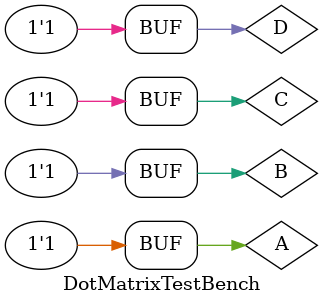
<source format=v>
`timescale 1ns / 1ps


module DotMatrixTestBench(

    );
    //In the parenthesis is from the current file
    //Next to the period is from the referenced file
    reg A;
    reg B;
    reg C;
    reg D;
    wire [2:0]AP;
    wire [2:0]BP;
    wire [2:0]CP;
    wire [2:0]DP;
    wire [2:0]EP;
    DotMatrix dut(.W(A),.X(B),.Y(C),.Z(D),.A(AP),.B(BP),.C(CP),.D(DP),.E(EP));
    
    initial begin
    A=0;
    B=0;
    C=0;
    D=0;
    #10;
    A=0;
    B=0;
    C=0;
    D=1;
    #10;
    A=0;
    B=0;
    C=1;
    D=0;
    #10;
    A=0;
    B=0;
    C=1;
    D=1;
    #10;
    
    
    A=0;
    B=1;
    C=0;
    D=0;
    #10;
    A=0;
    B=1;
    C=0;
    D=1;
    #10;
    A=0;
    B=1;
    C=1;
    D=0;
    #10;
    A=0;
    B=1;
    C=1;
    D=1;
    #10;
    
    
    A=1;
    B=0;
    C=0;
    D=0;
    #10;
    A=1;
    B=0;
    C=0;
    D=1;
    #10;
    A=1;
    B=0;
    C=1;
    D=0;
    #10;
    A=1;
    B=0;
    C=1;
    D=1;
    #10;
    
    
    A=1;
    B=1;
    C=0;
    D=0;
    #10;
    A=1;
    B=1;
    C=0;
    D=1;
    #10;
    A=1;
    B=1;
    C=1;
    D=0;
    #10;
    A=1;
    B=1;
    C=1;
    D=1;
    end
endmodule

</source>
